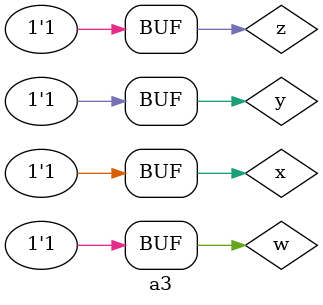
<source format=v>
module fxyz (output s1, output s2, input x, y, w, z);
assign s1 = (~x & ~y & ~w & z) | (~x & ~y & w & z) | (~x & y & w & ~z) | (~x & y & w & z) | (x & ~y & w & z) | (x & y & w & z); //x'.y'.z' + x'.y.z' + x.y.z'
assign s2 = w & z & (x | y | ~x) | ~x & ((y & w) | (~y & z));
endmodule // fxyz

module a3;
reg x, y, w, z;
wire s1, s2;
// instancias
fxyz FXY (s1, s2, x, y, w, z);
// valores iniciais
initial begin: start
x=1'bx; y=1'bx; w=1'bx; z=1'bx;// indefinidos
end
// parte principal
initial begin: main
// identificacao
$display("Test boolean expression");
// monitoramento
$display(" x  y  w  z =   nao_simpl\tsimpl");
$monitor("%2b %2b %2b %2b = \t  %2b  \t\t%2b", x, y, w, z, s1, s2);
// sinalizacao
#1 x=0; y=0; w=0; z=0;
#1 x=0; y=0; w=0; z=1;
#1 x=0; y=0; w=1; z=0;
#1 x=0; y=0; w=1; z=1;
#1 x=0; y=1; w=0; z=0;
#1 x=0; y=1; w=0; z=1;
#1 x=0; y=1; w=1; z=0;
#1 x=0; y=1; w=1; z=1;
#1 x=1; y=0; w=0; z=0;
#1 x=1; y=0; w=0; z=1;
#1 x=1; y=0; w=1; z=0;
#1 x=1; y=0; w=1; z=1;
#1 x=1; y=1; w=0; z=0;
#1 x=1; y=1; w=0; z=1;
#1 x=1; y=1; w=1; z=0;
#1 x=1; y=1; w=1; z=1;
end
endmodule // test_module
</source>
